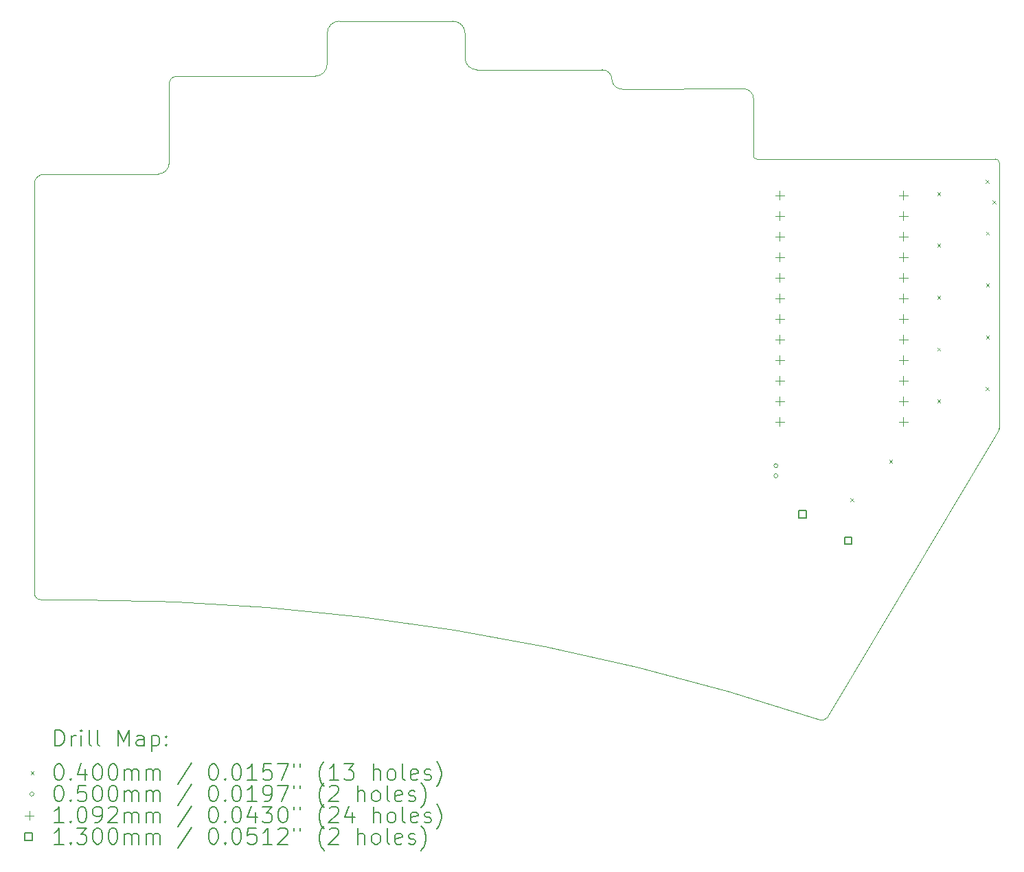
<source format=gbr>
%TF.GenerationSoftware,KiCad,Pcbnew,7.0.6*%
%TF.CreationDate,2024-09-20T23:29:49+02:00*%
%TF.ProjectId,KoalaKeeb_v0.2_left,4b6f616c-614b-4656-9562-5f76302e325f,rev?*%
%TF.SameCoordinates,Original*%
%TF.FileFunction,Drillmap*%
%TF.FilePolarity,Positive*%
%FSLAX45Y45*%
G04 Gerber Fmt 4.5, Leading zero omitted, Abs format (unit mm)*
G04 Created by KiCad (PCBNEW 7.0.6) date 2024-09-20 23:29:49*
%MOMM*%
%LPD*%
G01*
G04 APERTURE LIST*
%ADD10C,0.100000*%
%ADD11C,0.200000*%
%ADD12C,0.040000*%
%ADD13C,0.050000*%
%ADD14C,0.109220*%
%ADD15C,0.130000*%
G04 APERTURE END LIST*
D10*
X16149397Y-9204040D02*
G75*
G03*
X16229000Y-9292000I79603J-7960D01*
G01*
X28038471Y-7200235D02*
G75*
G03*
X28043000Y-7180000I-38471J19235D01*
G01*
X17901000Y-2833000D02*
G75*
G03*
X17811995Y-2923000I1000J-90000D01*
G01*
X19759000Y-2682000D02*
X19759000Y-2302000D01*
X16148585Y-4161999D02*
X16149000Y-5182000D01*
X25819307Y-10771079D02*
G75*
G03*
X16699000Y-9294640I-9120307J-27430922D01*
G01*
X23269416Y-2872000D02*
G75*
G03*
X23394147Y-2991690I124734J5150D01*
G01*
X16268999Y-4041585D02*
G75*
G03*
X16148585Y-4161999I1J-120415D01*
G01*
X16699000Y-9294640D02*
X16229000Y-9292000D01*
X28043000Y-3899000D02*
G75*
G03*
X27995000Y-3851000I-48000J0D01*
G01*
X16149000Y-5182000D02*
X16149000Y-5902000D01*
X16149397Y-9204040D02*
X16149000Y-5902000D01*
X21459000Y-2302000D02*
G75*
G03*
X21309000Y-2152000I-150000J0D01*
G01*
X28038471Y-7200235D02*
X28014000Y-7242000D01*
X25014269Y-3107147D02*
G75*
G03*
X24893853Y-2986731I-120419J-3D01*
G01*
X25923000Y-10748000D02*
X28014000Y-7242000D01*
X25013007Y-3812915D02*
G75*
G03*
X25052000Y-3852000I35993J-3085D01*
G01*
X17674000Y-4038004D02*
G75*
G03*
X17812000Y-3901000I0J138004D01*
G01*
X19909000Y-2152000D02*
G75*
G03*
X19759000Y-2302000I0J-150000D01*
G01*
X28043000Y-3899000D02*
X28043000Y-7180000D01*
X23394147Y-2991690D02*
X24893853Y-2986731D01*
X23269416Y-2872000D02*
G75*
G03*
X23149000Y-2751584I-120416J0D01*
G01*
X19609000Y-2832000D02*
G75*
G03*
X19759000Y-2682000I0J150000D01*
G01*
X25076000Y-3852000D02*
X25052000Y-3852000D01*
X19909000Y-2152000D02*
X21309000Y-2152000D01*
X17811995Y-2923000D02*
X17812000Y-3901000D01*
X17674000Y-4038004D02*
X17488000Y-4040000D01*
X16268999Y-4041584D02*
X17488000Y-4040000D01*
X17901000Y-2833000D02*
X19609000Y-2832000D01*
X21605066Y-2752126D02*
X23149000Y-2752000D01*
X21459000Y-2302000D02*
X21459000Y-2612000D01*
X25819307Y-10771078D02*
G75*
G03*
X25922869Y-10747905I38693J70078D01*
G01*
X27995000Y-3851000D02*
X25076000Y-3852000D01*
X25014269Y-3107147D02*
X25014000Y-3813000D01*
X21459000Y-2612000D02*
G75*
G03*
X21605066Y-2752126I146070J6070D01*
G01*
D11*
D12*
X26208000Y-8041000D02*
X26248000Y-8081000D01*
X26248000Y-8041000D02*
X26208000Y-8081000D01*
X26687000Y-7563000D02*
X26727000Y-7603000D01*
X26727000Y-7563000D02*
X26687000Y-7603000D01*
X27280000Y-4260000D02*
X27320000Y-4300000D01*
X27320000Y-4260000D02*
X27280000Y-4300000D01*
X27280000Y-4899000D02*
X27320000Y-4939000D01*
X27320000Y-4899000D02*
X27280000Y-4939000D01*
X27280000Y-5540000D02*
X27320000Y-5580000D01*
X27320000Y-5540000D02*
X27280000Y-5580000D01*
X27280000Y-6180000D02*
X27320000Y-6220000D01*
X27320000Y-6180000D02*
X27280000Y-6220000D01*
X27280000Y-6819000D02*
X27320000Y-6859000D01*
X27320000Y-6819000D02*
X27280000Y-6859000D01*
X27879000Y-4109000D02*
X27919000Y-4149000D01*
X27919000Y-4109000D02*
X27879000Y-4149000D01*
X27879000Y-6670000D02*
X27919000Y-6710000D01*
X27919000Y-6670000D02*
X27879000Y-6710000D01*
X27880000Y-4750000D02*
X27920000Y-4790000D01*
X27920000Y-4750000D02*
X27880000Y-4790000D01*
X27880000Y-5390000D02*
X27920000Y-5430000D01*
X27920000Y-5390000D02*
X27880000Y-5430000D01*
X27880000Y-6030000D02*
X27920000Y-6070000D01*
X27920000Y-6030000D02*
X27880000Y-6070000D01*
X27958000Y-4363000D02*
X27998000Y-4403000D01*
X27998000Y-4363000D02*
X27958000Y-4403000D01*
D13*
X25315400Y-7637500D02*
G75*
G03*
X25315400Y-7637500I-25000J0D01*
G01*
X25315400Y-7762500D02*
G75*
G03*
X25315400Y-7762500I-25000J0D01*
G01*
D14*
X25338000Y-4248390D02*
X25338000Y-4357610D01*
X25283390Y-4303000D02*
X25392610Y-4303000D01*
X25338000Y-4502390D02*
X25338000Y-4611610D01*
X25283390Y-4557000D02*
X25392610Y-4557000D01*
X25338000Y-4756390D02*
X25338000Y-4865610D01*
X25283390Y-4811000D02*
X25392610Y-4811000D01*
X25338000Y-5010390D02*
X25338000Y-5119610D01*
X25283390Y-5065000D02*
X25392610Y-5065000D01*
X25338000Y-5264390D02*
X25338000Y-5373610D01*
X25283390Y-5319000D02*
X25392610Y-5319000D01*
X25338000Y-5518390D02*
X25338000Y-5627610D01*
X25283390Y-5573000D02*
X25392610Y-5573000D01*
X25338000Y-5772390D02*
X25338000Y-5881610D01*
X25283390Y-5827000D02*
X25392610Y-5827000D01*
X25338000Y-6026390D02*
X25338000Y-6135610D01*
X25283390Y-6081000D02*
X25392610Y-6081000D01*
X25338000Y-6280390D02*
X25338000Y-6389610D01*
X25283390Y-6335000D02*
X25392610Y-6335000D01*
X25338000Y-6534390D02*
X25338000Y-6643610D01*
X25283390Y-6589000D02*
X25392610Y-6589000D01*
X25338000Y-6788390D02*
X25338000Y-6897610D01*
X25283390Y-6843000D02*
X25392610Y-6843000D01*
X25338000Y-7042390D02*
X25338000Y-7151610D01*
X25283390Y-7097000D02*
X25392610Y-7097000D01*
X26862000Y-4248390D02*
X26862000Y-4357610D01*
X26807390Y-4303000D02*
X26916610Y-4303000D01*
X26862000Y-4502390D02*
X26862000Y-4611610D01*
X26807390Y-4557000D02*
X26916610Y-4557000D01*
X26862000Y-4756390D02*
X26862000Y-4865610D01*
X26807390Y-4811000D02*
X26916610Y-4811000D01*
X26862000Y-5010390D02*
X26862000Y-5119610D01*
X26807390Y-5065000D02*
X26916610Y-5065000D01*
X26862000Y-5264390D02*
X26862000Y-5373610D01*
X26807390Y-5319000D02*
X26916610Y-5319000D01*
X26862000Y-5518390D02*
X26862000Y-5627610D01*
X26807390Y-5573000D02*
X26916610Y-5573000D01*
X26862000Y-5772390D02*
X26862000Y-5881610D01*
X26807390Y-5827000D02*
X26916610Y-5827000D01*
X26862000Y-6026390D02*
X26862000Y-6135610D01*
X26807390Y-6081000D02*
X26916610Y-6081000D01*
X26862000Y-6280390D02*
X26862000Y-6389610D01*
X26807390Y-6335000D02*
X26916610Y-6335000D01*
X26862000Y-6534390D02*
X26862000Y-6643610D01*
X26807390Y-6589000D02*
X26916610Y-6589000D01*
X26862000Y-6788390D02*
X26862000Y-6897610D01*
X26807390Y-6843000D02*
X26916610Y-6843000D01*
X26862000Y-7042390D02*
X26862000Y-7151610D01*
X26807390Y-7097000D02*
X26916610Y-7097000D01*
D15*
X25664504Y-8283462D02*
X25664504Y-8191538D01*
X25572579Y-8191538D01*
X25572579Y-8283462D01*
X25664504Y-8283462D01*
X26227421Y-8608462D02*
X26227421Y-8516538D01*
X26135496Y-8516538D01*
X26135496Y-8608462D01*
X26227421Y-8608462D01*
D11*
X16404362Y-11097535D02*
X16404362Y-10897535D01*
X16404362Y-10897535D02*
X16451981Y-10897535D01*
X16451981Y-10897535D02*
X16480552Y-10907058D01*
X16480552Y-10907058D02*
X16499600Y-10926106D01*
X16499600Y-10926106D02*
X16509124Y-10945154D01*
X16509124Y-10945154D02*
X16518647Y-10983249D01*
X16518647Y-10983249D02*
X16518647Y-11011820D01*
X16518647Y-11011820D02*
X16509124Y-11049915D01*
X16509124Y-11049915D02*
X16499600Y-11068963D01*
X16499600Y-11068963D02*
X16480552Y-11088011D01*
X16480552Y-11088011D02*
X16451981Y-11097535D01*
X16451981Y-11097535D02*
X16404362Y-11097535D01*
X16604362Y-11097535D02*
X16604362Y-10964201D01*
X16604362Y-11002296D02*
X16613885Y-10983249D01*
X16613885Y-10983249D02*
X16623409Y-10973725D01*
X16623409Y-10973725D02*
X16642457Y-10964201D01*
X16642457Y-10964201D02*
X16661505Y-10964201D01*
X16728171Y-11097535D02*
X16728171Y-10964201D01*
X16728171Y-10897535D02*
X16718647Y-10907058D01*
X16718647Y-10907058D02*
X16728171Y-10916582D01*
X16728171Y-10916582D02*
X16737695Y-10907058D01*
X16737695Y-10907058D02*
X16728171Y-10897535D01*
X16728171Y-10897535D02*
X16728171Y-10916582D01*
X16851981Y-11097535D02*
X16832933Y-11088011D01*
X16832933Y-11088011D02*
X16823409Y-11068963D01*
X16823409Y-11068963D02*
X16823409Y-10897535D01*
X16956743Y-11097535D02*
X16937695Y-11088011D01*
X16937695Y-11088011D02*
X16928171Y-11068963D01*
X16928171Y-11068963D02*
X16928171Y-10897535D01*
X17185314Y-11097535D02*
X17185314Y-10897535D01*
X17185314Y-10897535D02*
X17251981Y-11040392D01*
X17251981Y-11040392D02*
X17318647Y-10897535D01*
X17318647Y-10897535D02*
X17318647Y-11097535D01*
X17499600Y-11097535D02*
X17499600Y-10992773D01*
X17499600Y-10992773D02*
X17490076Y-10973725D01*
X17490076Y-10973725D02*
X17471028Y-10964201D01*
X17471028Y-10964201D02*
X17432933Y-10964201D01*
X17432933Y-10964201D02*
X17413886Y-10973725D01*
X17499600Y-11088011D02*
X17480552Y-11097535D01*
X17480552Y-11097535D02*
X17432933Y-11097535D01*
X17432933Y-11097535D02*
X17413886Y-11088011D01*
X17413886Y-11088011D02*
X17404362Y-11068963D01*
X17404362Y-11068963D02*
X17404362Y-11049915D01*
X17404362Y-11049915D02*
X17413886Y-11030868D01*
X17413886Y-11030868D02*
X17432933Y-11021344D01*
X17432933Y-11021344D02*
X17480552Y-11021344D01*
X17480552Y-11021344D02*
X17499600Y-11011820D01*
X17594838Y-10964201D02*
X17594838Y-11164201D01*
X17594838Y-10973725D02*
X17613886Y-10964201D01*
X17613886Y-10964201D02*
X17651981Y-10964201D01*
X17651981Y-10964201D02*
X17671028Y-10973725D01*
X17671028Y-10973725D02*
X17680552Y-10983249D01*
X17680552Y-10983249D02*
X17690076Y-11002296D01*
X17690076Y-11002296D02*
X17690076Y-11059439D01*
X17690076Y-11059439D02*
X17680552Y-11078487D01*
X17680552Y-11078487D02*
X17671028Y-11088011D01*
X17671028Y-11088011D02*
X17651981Y-11097535D01*
X17651981Y-11097535D02*
X17613886Y-11097535D01*
X17613886Y-11097535D02*
X17594838Y-11088011D01*
X17775790Y-11078487D02*
X17785314Y-11088011D01*
X17785314Y-11088011D02*
X17775790Y-11097535D01*
X17775790Y-11097535D02*
X17766267Y-11088011D01*
X17766267Y-11088011D02*
X17775790Y-11078487D01*
X17775790Y-11078487D02*
X17775790Y-11097535D01*
X17775790Y-10973725D02*
X17785314Y-10983249D01*
X17785314Y-10983249D02*
X17775790Y-10992773D01*
X17775790Y-10992773D02*
X17766267Y-10983249D01*
X17766267Y-10983249D02*
X17775790Y-10973725D01*
X17775790Y-10973725D02*
X17775790Y-10992773D01*
D12*
X16103585Y-11406051D02*
X16143585Y-11446051D01*
X16143585Y-11406051D02*
X16103585Y-11446051D01*
D11*
X16442457Y-11317534D02*
X16461505Y-11317534D01*
X16461505Y-11317534D02*
X16480552Y-11327058D01*
X16480552Y-11327058D02*
X16490076Y-11336582D01*
X16490076Y-11336582D02*
X16499600Y-11355630D01*
X16499600Y-11355630D02*
X16509124Y-11393725D01*
X16509124Y-11393725D02*
X16509124Y-11441344D01*
X16509124Y-11441344D02*
X16499600Y-11479439D01*
X16499600Y-11479439D02*
X16490076Y-11498487D01*
X16490076Y-11498487D02*
X16480552Y-11508011D01*
X16480552Y-11508011D02*
X16461505Y-11517534D01*
X16461505Y-11517534D02*
X16442457Y-11517534D01*
X16442457Y-11517534D02*
X16423409Y-11508011D01*
X16423409Y-11508011D02*
X16413885Y-11498487D01*
X16413885Y-11498487D02*
X16404362Y-11479439D01*
X16404362Y-11479439D02*
X16394838Y-11441344D01*
X16394838Y-11441344D02*
X16394838Y-11393725D01*
X16394838Y-11393725D02*
X16404362Y-11355630D01*
X16404362Y-11355630D02*
X16413885Y-11336582D01*
X16413885Y-11336582D02*
X16423409Y-11327058D01*
X16423409Y-11327058D02*
X16442457Y-11317534D01*
X16594838Y-11498487D02*
X16604362Y-11508011D01*
X16604362Y-11508011D02*
X16594838Y-11517534D01*
X16594838Y-11517534D02*
X16585314Y-11508011D01*
X16585314Y-11508011D02*
X16594838Y-11498487D01*
X16594838Y-11498487D02*
X16594838Y-11517534D01*
X16775790Y-11384201D02*
X16775790Y-11517534D01*
X16728171Y-11308011D02*
X16680552Y-11450868D01*
X16680552Y-11450868D02*
X16804362Y-11450868D01*
X16918647Y-11317534D02*
X16937695Y-11317534D01*
X16937695Y-11317534D02*
X16956743Y-11327058D01*
X16956743Y-11327058D02*
X16966267Y-11336582D01*
X16966267Y-11336582D02*
X16975790Y-11355630D01*
X16975790Y-11355630D02*
X16985314Y-11393725D01*
X16985314Y-11393725D02*
X16985314Y-11441344D01*
X16985314Y-11441344D02*
X16975790Y-11479439D01*
X16975790Y-11479439D02*
X16966267Y-11498487D01*
X16966267Y-11498487D02*
X16956743Y-11508011D01*
X16956743Y-11508011D02*
X16937695Y-11517534D01*
X16937695Y-11517534D02*
X16918647Y-11517534D01*
X16918647Y-11517534D02*
X16899600Y-11508011D01*
X16899600Y-11508011D02*
X16890076Y-11498487D01*
X16890076Y-11498487D02*
X16880552Y-11479439D01*
X16880552Y-11479439D02*
X16871028Y-11441344D01*
X16871028Y-11441344D02*
X16871028Y-11393725D01*
X16871028Y-11393725D02*
X16880552Y-11355630D01*
X16880552Y-11355630D02*
X16890076Y-11336582D01*
X16890076Y-11336582D02*
X16899600Y-11327058D01*
X16899600Y-11327058D02*
X16918647Y-11317534D01*
X17109124Y-11317534D02*
X17128171Y-11317534D01*
X17128171Y-11317534D02*
X17147219Y-11327058D01*
X17147219Y-11327058D02*
X17156743Y-11336582D01*
X17156743Y-11336582D02*
X17166267Y-11355630D01*
X17166267Y-11355630D02*
X17175790Y-11393725D01*
X17175790Y-11393725D02*
X17175790Y-11441344D01*
X17175790Y-11441344D02*
X17166267Y-11479439D01*
X17166267Y-11479439D02*
X17156743Y-11498487D01*
X17156743Y-11498487D02*
X17147219Y-11508011D01*
X17147219Y-11508011D02*
X17128171Y-11517534D01*
X17128171Y-11517534D02*
X17109124Y-11517534D01*
X17109124Y-11517534D02*
X17090076Y-11508011D01*
X17090076Y-11508011D02*
X17080552Y-11498487D01*
X17080552Y-11498487D02*
X17071028Y-11479439D01*
X17071028Y-11479439D02*
X17061505Y-11441344D01*
X17061505Y-11441344D02*
X17061505Y-11393725D01*
X17061505Y-11393725D02*
X17071028Y-11355630D01*
X17071028Y-11355630D02*
X17080552Y-11336582D01*
X17080552Y-11336582D02*
X17090076Y-11327058D01*
X17090076Y-11327058D02*
X17109124Y-11317534D01*
X17261505Y-11517534D02*
X17261505Y-11384201D01*
X17261505Y-11403249D02*
X17271028Y-11393725D01*
X17271028Y-11393725D02*
X17290076Y-11384201D01*
X17290076Y-11384201D02*
X17318648Y-11384201D01*
X17318648Y-11384201D02*
X17337695Y-11393725D01*
X17337695Y-11393725D02*
X17347219Y-11412773D01*
X17347219Y-11412773D02*
X17347219Y-11517534D01*
X17347219Y-11412773D02*
X17356743Y-11393725D01*
X17356743Y-11393725D02*
X17375790Y-11384201D01*
X17375790Y-11384201D02*
X17404362Y-11384201D01*
X17404362Y-11384201D02*
X17423409Y-11393725D01*
X17423409Y-11393725D02*
X17432933Y-11412773D01*
X17432933Y-11412773D02*
X17432933Y-11517534D01*
X17528171Y-11517534D02*
X17528171Y-11384201D01*
X17528171Y-11403249D02*
X17537695Y-11393725D01*
X17537695Y-11393725D02*
X17556743Y-11384201D01*
X17556743Y-11384201D02*
X17585314Y-11384201D01*
X17585314Y-11384201D02*
X17604362Y-11393725D01*
X17604362Y-11393725D02*
X17613886Y-11412773D01*
X17613886Y-11412773D02*
X17613886Y-11517534D01*
X17613886Y-11412773D02*
X17623409Y-11393725D01*
X17623409Y-11393725D02*
X17642457Y-11384201D01*
X17642457Y-11384201D02*
X17671028Y-11384201D01*
X17671028Y-11384201D02*
X17690076Y-11393725D01*
X17690076Y-11393725D02*
X17699600Y-11412773D01*
X17699600Y-11412773D02*
X17699600Y-11517534D01*
X18090076Y-11308011D02*
X17918648Y-11565153D01*
X18347219Y-11317534D02*
X18366267Y-11317534D01*
X18366267Y-11317534D02*
X18385314Y-11327058D01*
X18385314Y-11327058D02*
X18394838Y-11336582D01*
X18394838Y-11336582D02*
X18404362Y-11355630D01*
X18404362Y-11355630D02*
X18413886Y-11393725D01*
X18413886Y-11393725D02*
X18413886Y-11441344D01*
X18413886Y-11441344D02*
X18404362Y-11479439D01*
X18404362Y-11479439D02*
X18394838Y-11498487D01*
X18394838Y-11498487D02*
X18385314Y-11508011D01*
X18385314Y-11508011D02*
X18366267Y-11517534D01*
X18366267Y-11517534D02*
X18347219Y-11517534D01*
X18347219Y-11517534D02*
X18328171Y-11508011D01*
X18328171Y-11508011D02*
X18318648Y-11498487D01*
X18318648Y-11498487D02*
X18309124Y-11479439D01*
X18309124Y-11479439D02*
X18299600Y-11441344D01*
X18299600Y-11441344D02*
X18299600Y-11393725D01*
X18299600Y-11393725D02*
X18309124Y-11355630D01*
X18309124Y-11355630D02*
X18318648Y-11336582D01*
X18318648Y-11336582D02*
X18328171Y-11327058D01*
X18328171Y-11327058D02*
X18347219Y-11317534D01*
X18499600Y-11498487D02*
X18509124Y-11508011D01*
X18509124Y-11508011D02*
X18499600Y-11517534D01*
X18499600Y-11517534D02*
X18490076Y-11508011D01*
X18490076Y-11508011D02*
X18499600Y-11498487D01*
X18499600Y-11498487D02*
X18499600Y-11517534D01*
X18632933Y-11317534D02*
X18651981Y-11317534D01*
X18651981Y-11317534D02*
X18671029Y-11327058D01*
X18671029Y-11327058D02*
X18680552Y-11336582D01*
X18680552Y-11336582D02*
X18690076Y-11355630D01*
X18690076Y-11355630D02*
X18699600Y-11393725D01*
X18699600Y-11393725D02*
X18699600Y-11441344D01*
X18699600Y-11441344D02*
X18690076Y-11479439D01*
X18690076Y-11479439D02*
X18680552Y-11498487D01*
X18680552Y-11498487D02*
X18671029Y-11508011D01*
X18671029Y-11508011D02*
X18651981Y-11517534D01*
X18651981Y-11517534D02*
X18632933Y-11517534D01*
X18632933Y-11517534D02*
X18613886Y-11508011D01*
X18613886Y-11508011D02*
X18604362Y-11498487D01*
X18604362Y-11498487D02*
X18594838Y-11479439D01*
X18594838Y-11479439D02*
X18585314Y-11441344D01*
X18585314Y-11441344D02*
X18585314Y-11393725D01*
X18585314Y-11393725D02*
X18594838Y-11355630D01*
X18594838Y-11355630D02*
X18604362Y-11336582D01*
X18604362Y-11336582D02*
X18613886Y-11327058D01*
X18613886Y-11327058D02*
X18632933Y-11317534D01*
X18890076Y-11517534D02*
X18775791Y-11517534D01*
X18832933Y-11517534D02*
X18832933Y-11317534D01*
X18832933Y-11317534D02*
X18813886Y-11346106D01*
X18813886Y-11346106D02*
X18794838Y-11365153D01*
X18794838Y-11365153D02*
X18775791Y-11374677D01*
X19071029Y-11317534D02*
X18975791Y-11317534D01*
X18975791Y-11317534D02*
X18966267Y-11412773D01*
X18966267Y-11412773D02*
X18975791Y-11403249D01*
X18975791Y-11403249D02*
X18994838Y-11393725D01*
X18994838Y-11393725D02*
X19042457Y-11393725D01*
X19042457Y-11393725D02*
X19061505Y-11403249D01*
X19061505Y-11403249D02*
X19071029Y-11412773D01*
X19071029Y-11412773D02*
X19080552Y-11431820D01*
X19080552Y-11431820D02*
X19080552Y-11479439D01*
X19080552Y-11479439D02*
X19071029Y-11498487D01*
X19071029Y-11498487D02*
X19061505Y-11508011D01*
X19061505Y-11508011D02*
X19042457Y-11517534D01*
X19042457Y-11517534D02*
X18994838Y-11517534D01*
X18994838Y-11517534D02*
X18975791Y-11508011D01*
X18975791Y-11508011D02*
X18966267Y-11498487D01*
X19147219Y-11317534D02*
X19280552Y-11317534D01*
X19280552Y-11317534D02*
X19194838Y-11517534D01*
X19347219Y-11317534D02*
X19347219Y-11355630D01*
X19423410Y-11317534D02*
X19423410Y-11355630D01*
X19718648Y-11593725D02*
X19709124Y-11584201D01*
X19709124Y-11584201D02*
X19690076Y-11555630D01*
X19690076Y-11555630D02*
X19680553Y-11536582D01*
X19680553Y-11536582D02*
X19671029Y-11508011D01*
X19671029Y-11508011D02*
X19661505Y-11460392D01*
X19661505Y-11460392D02*
X19661505Y-11422296D01*
X19661505Y-11422296D02*
X19671029Y-11374677D01*
X19671029Y-11374677D02*
X19680553Y-11346106D01*
X19680553Y-11346106D02*
X19690076Y-11327058D01*
X19690076Y-11327058D02*
X19709124Y-11298487D01*
X19709124Y-11298487D02*
X19718648Y-11288963D01*
X19899600Y-11517534D02*
X19785314Y-11517534D01*
X19842457Y-11517534D02*
X19842457Y-11317534D01*
X19842457Y-11317534D02*
X19823410Y-11346106D01*
X19823410Y-11346106D02*
X19804362Y-11365153D01*
X19804362Y-11365153D02*
X19785314Y-11374677D01*
X19966267Y-11317534D02*
X20090076Y-11317534D01*
X20090076Y-11317534D02*
X20023410Y-11393725D01*
X20023410Y-11393725D02*
X20051981Y-11393725D01*
X20051981Y-11393725D02*
X20071029Y-11403249D01*
X20071029Y-11403249D02*
X20080553Y-11412773D01*
X20080553Y-11412773D02*
X20090076Y-11431820D01*
X20090076Y-11431820D02*
X20090076Y-11479439D01*
X20090076Y-11479439D02*
X20080553Y-11498487D01*
X20080553Y-11498487D02*
X20071029Y-11508011D01*
X20071029Y-11508011D02*
X20051981Y-11517534D01*
X20051981Y-11517534D02*
X19994838Y-11517534D01*
X19994838Y-11517534D02*
X19975791Y-11508011D01*
X19975791Y-11508011D02*
X19966267Y-11498487D01*
X20328172Y-11517534D02*
X20328172Y-11317534D01*
X20413886Y-11517534D02*
X20413886Y-11412773D01*
X20413886Y-11412773D02*
X20404362Y-11393725D01*
X20404362Y-11393725D02*
X20385315Y-11384201D01*
X20385315Y-11384201D02*
X20356743Y-11384201D01*
X20356743Y-11384201D02*
X20337695Y-11393725D01*
X20337695Y-11393725D02*
X20328172Y-11403249D01*
X20537695Y-11517534D02*
X20518648Y-11508011D01*
X20518648Y-11508011D02*
X20509124Y-11498487D01*
X20509124Y-11498487D02*
X20499600Y-11479439D01*
X20499600Y-11479439D02*
X20499600Y-11422296D01*
X20499600Y-11422296D02*
X20509124Y-11403249D01*
X20509124Y-11403249D02*
X20518648Y-11393725D01*
X20518648Y-11393725D02*
X20537695Y-11384201D01*
X20537695Y-11384201D02*
X20566267Y-11384201D01*
X20566267Y-11384201D02*
X20585315Y-11393725D01*
X20585315Y-11393725D02*
X20594838Y-11403249D01*
X20594838Y-11403249D02*
X20604362Y-11422296D01*
X20604362Y-11422296D02*
X20604362Y-11479439D01*
X20604362Y-11479439D02*
X20594838Y-11498487D01*
X20594838Y-11498487D02*
X20585315Y-11508011D01*
X20585315Y-11508011D02*
X20566267Y-11517534D01*
X20566267Y-11517534D02*
X20537695Y-11517534D01*
X20718648Y-11517534D02*
X20699600Y-11508011D01*
X20699600Y-11508011D02*
X20690076Y-11488963D01*
X20690076Y-11488963D02*
X20690076Y-11317534D01*
X20871029Y-11508011D02*
X20851981Y-11517534D01*
X20851981Y-11517534D02*
X20813886Y-11517534D01*
X20813886Y-11517534D02*
X20794838Y-11508011D01*
X20794838Y-11508011D02*
X20785315Y-11488963D01*
X20785315Y-11488963D02*
X20785315Y-11412773D01*
X20785315Y-11412773D02*
X20794838Y-11393725D01*
X20794838Y-11393725D02*
X20813886Y-11384201D01*
X20813886Y-11384201D02*
X20851981Y-11384201D01*
X20851981Y-11384201D02*
X20871029Y-11393725D01*
X20871029Y-11393725D02*
X20880553Y-11412773D01*
X20880553Y-11412773D02*
X20880553Y-11431820D01*
X20880553Y-11431820D02*
X20785315Y-11450868D01*
X20956743Y-11508011D02*
X20975791Y-11517534D01*
X20975791Y-11517534D02*
X21013886Y-11517534D01*
X21013886Y-11517534D02*
X21032934Y-11508011D01*
X21032934Y-11508011D02*
X21042457Y-11488963D01*
X21042457Y-11488963D02*
X21042457Y-11479439D01*
X21042457Y-11479439D02*
X21032934Y-11460392D01*
X21032934Y-11460392D02*
X21013886Y-11450868D01*
X21013886Y-11450868D02*
X20985315Y-11450868D01*
X20985315Y-11450868D02*
X20966267Y-11441344D01*
X20966267Y-11441344D02*
X20956743Y-11422296D01*
X20956743Y-11422296D02*
X20956743Y-11412773D01*
X20956743Y-11412773D02*
X20966267Y-11393725D01*
X20966267Y-11393725D02*
X20985315Y-11384201D01*
X20985315Y-11384201D02*
X21013886Y-11384201D01*
X21013886Y-11384201D02*
X21032934Y-11393725D01*
X21109124Y-11593725D02*
X21118648Y-11584201D01*
X21118648Y-11584201D02*
X21137696Y-11555630D01*
X21137696Y-11555630D02*
X21147219Y-11536582D01*
X21147219Y-11536582D02*
X21156743Y-11508011D01*
X21156743Y-11508011D02*
X21166267Y-11460392D01*
X21166267Y-11460392D02*
X21166267Y-11422296D01*
X21166267Y-11422296D02*
X21156743Y-11374677D01*
X21156743Y-11374677D02*
X21147219Y-11346106D01*
X21147219Y-11346106D02*
X21137696Y-11327058D01*
X21137696Y-11327058D02*
X21118648Y-11298487D01*
X21118648Y-11298487D02*
X21109124Y-11288963D01*
D13*
X16143585Y-11690051D02*
G75*
G03*
X16143585Y-11690051I-25000J0D01*
G01*
D11*
X16442457Y-11581534D02*
X16461505Y-11581534D01*
X16461505Y-11581534D02*
X16480552Y-11591058D01*
X16480552Y-11591058D02*
X16490076Y-11600582D01*
X16490076Y-11600582D02*
X16499600Y-11619630D01*
X16499600Y-11619630D02*
X16509124Y-11657725D01*
X16509124Y-11657725D02*
X16509124Y-11705344D01*
X16509124Y-11705344D02*
X16499600Y-11743439D01*
X16499600Y-11743439D02*
X16490076Y-11762487D01*
X16490076Y-11762487D02*
X16480552Y-11772011D01*
X16480552Y-11772011D02*
X16461505Y-11781534D01*
X16461505Y-11781534D02*
X16442457Y-11781534D01*
X16442457Y-11781534D02*
X16423409Y-11772011D01*
X16423409Y-11772011D02*
X16413885Y-11762487D01*
X16413885Y-11762487D02*
X16404362Y-11743439D01*
X16404362Y-11743439D02*
X16394838Y-11705344D01*
X16394838Y-11705344D02*
X16394838Y-11657725D01*
X16394838Y-11657725D02*
X16404362Y-11619630D01*
X16404362Y-11619630D02*
X16413885Y-11600582D01*
X16413885Y-11600582D02*
X16423409Y-11591058D01*
X16423409Y-11591058D02*
X16442457Y-11581534D01*
X16594838Y-11762487D02*
X16604362Y-11772011D01*
X16604362Y-11772011D02*
X16594838Y-11781534D01*
X16594838Y-11781534D02*
X16585314Y-11772011D01*
X16585314Y-11772011D02*
X16594838Y-11762487D01*
X16594838Y-11762487D02*
X16594838Y-11781534D01*
X16785314Y-11581534D02*
X16690076Y-11581534D01*
X16690076Y-11581534D02*
X16680552Y-11676773D01*
X16680552Y-11676773D02*
X16690076Y-11667249D01*
X16690076Y-11667249D02*
X16709124Y-11657725D01*
X16709124Y-11657725D02*
X16756743Y-11657725D01*
X16756743Y-11657725D02*
X16775790Y-11667249D01*
X16775790Y-11667249D02*
X16785314Y-11676773D01*
X16785314Y-11676773D02*
X16794838Y-11695820D01*
X16794838Y-11695820D02*
X16794838Y-11743439D01*
X16794838Y-11743439D02*
X16785314Y-11762487D01*
X16785314Y-11762487D02*
X16775790Y-11772011D01*
X16775790Y-11772011D02*
X16756743Y-11781534D01*
X16756743Y-11781534D02*
X16709124Y-11781534D01*
X16709124Y-11781534D02*
X16690076Y-11772011D01*
X16690076Y-11772011D02*
X16680552Y-11762487D01*
X16918647Y-11581534D02*
X16937695Y-11581534D01*
X16937695Y-11581534D02*
X16956743Y-11591058D01*
X16956743Y-11591058D02*
X16966267Y-11600582D01*
X16966267Y-11600582D02*
X16975790Y-11619630D01*
X16975790Y-11619630D02*
X16985314Y-11657725D01*
X16985314Y-11657725D02*
X16985314Y-11705344D01*
X16985314Y-11705344D02*
X16975790Y-11743439D01*
X16975790Y-11743439D02*
X16966267Y-11762487D01*
X16966267Y-11762487D02*
X16956743Y-11772011D01*
X16956743Y-11772011D02*
X16937695Y-11781534D01*
X16937695Y-11781534D02*
X16918647Y-11781534D01*
X16918647Y-11781534D02*
X16899600Y-11772011D01*
X16899600Y-11772011D02*
X16890076Y-11762487D01*
X16890076Y-11762487D02*
X16880552Y-11743439D01*
X16880552Y-11743439D02*
X16871028Y-11705344D01*
X16871028Y-11705344D02*
X16871028Y-11657725D01*
X16871028Y-11657725D02*
X16880552Y-11619630D01*
X16880552Y-11619630D02*
X16890076Y-11600582D01*
X16890076Y-11600582D02*
X16899600Y-11591058D01*
X16899600Y-11591058D02*
X16918647Y-11581534D01*
X17109124Y-11581534D02*
X17128171Y-11581534D01*
X17128171Y-11581534D02*
X17147219Y-11591058D01*
X17147219Y-11591058D02*
X17156743Y-11600582D01*
X17156743Y-11600582D02*
X17166267Y-11619630D01*
X17166267Y-11619630D02*
X17175790Y-11657725D01*
X17175790Y-11657725D02*
X17175790Y-11705344D01*
X17175790Y-11705344D02*
X17166267Y-11743439D01*
X17166267Y-11743439D02*
X17156743Y-11762487D01*
X17156743Y-11762487D02*
X17147219Y-11772011D01*
X17147219Y-11772011D02*
X17128171Y-11781534D01*
X17128171Y-11781534D02*
X17109124Y-11781534D01*
X17109124Y-11781534D02*
X17090076Y-11772011D01*
X17090076Y-11772011D02*
X17080552Y-11762487D01*
X17080552Y-11762487D02*
X17071028Y-11743439D01*
X17071028Y-11743439D02*
X17061505Y-11705344D01*
X17061505Y-11705344D02*
X17061505Y-11657725D01*
X17061505Y-11657725D02*
X17071028Y-11619630D01*
X17071028Y-11619630D02*
X17080552Y-11600582D01*
X17080552Y-11600582D02*
X17090076Y-11591058D01*
X17090076Y-11591058D02*
X17109124Y-11581534D01*
X17261505Y-11781534D02*
X17261505Y-11648201D01*
X17261505Y-11667249D02*
X17271028Y-11657725D01*
X17271028Y-11657725D02*
X17290076Y-11648201D01*
X17290076Y-11648201D02*
X17318648Y-11648201D01*
X17318648Y-11648201D02*
X17337695Y-11657725D01*
X17337695Y-11657725D02*
X17347219Y-11676773D01*
X17347219Y-11676773D02*
X17347219Y-11781534D01*
X17347219Y-11676773D02*
X17356743Y-11657725D01*
X17356743Y-11657725D02*
X17375790Y-11648201D01*
X17375790Y-11648201D02*
X17404362Y-11648201D01*
X17404362Y-11648201D02*
X17423409Y-11657725D01*
X17423409Y-11657725D02*
X17432933Y-11676773D01*
X17432933Y-11676773D02*
X17432933Y-11781534D01*
X17528171Y-11781534D02*
X17528171Y-11648201D01*
X17528171Y-11667249D02*
X17537695Y-11657725D01*
X17537695Y-11657725D02*
X17556743Y-11648201D01*
X17556743Y-11648201D02*
X17585314Y-11648201D01*
X17585314Y-11648201D02*
X17604362Y-11657725D01*
X17604362Y-11657725D02*
X17613886Y-11676773D01*
X17613886Y-11676773D02*
X17613886Y-11781534D01*
X17613886Y-11676773D02*
X17623409Y-11657725D01*
X17623409Y-11657725D02*
X17642457Y-11648201D01*
X17642457Y-11648201D02*
X17671028Y-11648201D01*
X17671028Y-11648201D02*
X17690076Y-11657725D01*
X17690076Y-11657725D02*
X17699600Y-11676773D01*
X17699600Y-11676773D02*
X17699600Y-11781534D01*
X18090076Y-11572011D02*
X17918648Y-11829153D01*
X18347219Y-11581534D02*
X18366267Y-11581534D01*
X18366267Y-11581534D02*
X18385314Y-11591058D01*
X18385314Y-11591058D02*
X18394838Y-11600582D01*
X18394838Y-11600582D02*
X18404362Y-11619630D01*
X18404362Y-11619630D02*
X18413886Y-11657725D01*
X18413886Y-11657725D02*
X18413886Y-11705344D01*
X18413886Y-11705344D02*
X18404362Y-11743439D01*
X18404362Y-11743439D02*
X18394838Y-11762487D01*
X18394838Y-11762487D02*
X18385314Y-11772011D01*
X18385314Y-11772011D02*
X18366267Y-11781534D01*
X18366267Y-11781534D02*
X18347219Y-11781534D01*
X18347219Y-11781534D02*
X18328171Y-11772011D01*
X18328171Y-11772011D02*
X18318648Y-11762487D01*
X18318648Y-11762487D02*
X18309124Y-11743439D01*
X18309124Y-11743439D02*
X18299600Y-11705344D01*
X18299600Y-11705344D02*
X18299600Y-11657725D01*
X18299600Y-11657725D02*
X18309124Y-11619630D01*
X18309124Y-11619630D02*
X18318648Y-11600582D01*
X18318648Y-11600582D02*
X18328171Y-11591058D01*
X18328171Y-11591058D02*
X18347219Y-11581534D01*
X18499600Y-11762487D02*
X18509124Y-11772011D01*
X18509124Y-11772011D02*
X18499600Y-11781534D01*
X18499600Y-11781534D02*
X18490076Y-11772011D01*
X18490076Y-11772011D02*
X18499600Y-11762487D01*
X18499600Y-11762487D02*
X18499600Y-11781534D01*
X18632933Y-11581534D02*
X18651981Y-11581534D01*
X18651981Y-11581534D02*
X18671029Y-11591058D01*
X18671029Y-11591058D02*
X18680552Y-11600582D01*
X18680552Y-11600582D02*
X18690076Y-11619630D01*
X18690076Y-11619630D02*
X18699600Y-11657725D01*
X18699600Y-11657725D02*
X18699600Y-11705344D01*
X18699600Y-11705344D02*
X18690076Y-11743439D01*
X18690076Y-11743439D02*
X18680552Y-11762487D01*
X18680552Y-11762487D02*
X18671029Y-11772011D01*
X18671029Y-11772011D02*
X18651981Y-11781534D01*
X18651981Y-11781534D02*
X18632933Y-11781534D01*
X18632933Y-11781534D02*
X18613886Y-11772011D01*
X18613886Y-11772011D02*
X18604362Y-11762487D01*
X18604362Y-11762487D02*
X18594838Y-11743439D01*
X18594838Y-11743439D02*
X18585314Y-11705344D01*
X18585314Y-11705344D02*
X18585314Y-11657725D01*
X18585314Y-11657725D02*
X18594838Y-11619630D01*
X18594838Y-11619630D02*
X18604362Y-11600582D01*
X18604362Y-11600582D02*
X18613886Y-11591058D01*
X18613886Y-11591058D02*
X18632933Y-11581534D01*
X18890076Y-11781534D02*
X18775791Y-11781534D01*
X18832933Y-11781534D02*
X18832933Y-11581534D01*
X18832933Y-11581534D02*
X18813886Y-11610106D01*
X18813886Y-11610106D02*
X18794838Y-11629153D01*
X18794838Y-11629153D02*
X18775791Y-11638677D01*
X18985314Y-11781534D02*
X19023410Y-11781534D01*
X19023410Y-11781534D02*
X19042457Y-11772011D01*
X19042457Y-11772011D02*
X19051981Y-11762487D01*
X19051981Y-11762487D02*
X19071029Y-11733915D01*
X19071029Y-11733915D02*
X19080552Y-11695820D01*
X19080552Y-11695820D02*
X19080552Y-11619630D01*
X19080552Y-11619630D02*
X19071029Y-11600582D01*
X19071029Y-11600582D02*
X19061505Y-11591058D01*
X19061505Y-11591058D02*
X19042457Y-11581534D01*
X19042457Y-11581534D02*
X19004362Y-11581534D01*
X19004362Y-11581534D02*
X18985314Y-11591058D01*
X18985314Y-11591058D02*
X18975791Y-11600582D01*
X18975791Y-11600582D02*
X18966267Y-11619630D01*
X18966267Y-11619630D02*
X18966267Y-11667249D01*
X18966267Y-11667249D02*
X18975791Y-11686296D01*
X18975791Y-11686296D02*
X18985314Y-11695820D01*
X18985314Y-11695820D02*
X19004362Y-11705344D01*
X19004362Y-11705344D02*
X19042457Y-11705344D01*
X19042457Y-11705344D02*
X19061505Y-11695820D01*
X19061505Y-11695820D02*
X19071029Y-11686296D01*
X19071029Y-11686296D02*
X19080552Y-11667249D01*
X19147219Y-11581534D02*
X19280552Y-11581534D01*
X19280552Y-11581534D02*
X19194838Y-11781534D01*
X19347219Y-11581534D02*
X19347219Y-11619630D01*
X19423410Y-11581534D02*
X19423410Y-11619630D01*
X19718648Y-11857725D02*
X19709124Y-11848201D01*
X19709124Y-11848201D02*
X19690076Y-11819630D01*
X19690076Y-11819630D02*
X19680553Y-11800582D01*
X19680553Y-11800582D02*
X19671029Y-11772011D01*
X19671029Y-11772011D02*
X19661505Y-11724392D01*
X19661505Y-11724392D02*
X19661505Y-11686296D01*
X19661505Y-11686296D02*
X19671029Y-11638677D01*
X19671029Y-11638677D02*
X19680553Y-11610106D01*
X19680553Y-11610106D02*
X19690076Y-11591058D01*
X19690076Y-11591058D02*
X19709124Y-11562487D01*
X19709124Y-11562487D02*
X19718648Y-11552963D01*
X19785314Y-11600582D02*
X19794838Y-11591058D01*
X19794838Y-11591058D02*
X19813886Y-11581534D01*
X19813886Y-11581534D02*
X19861505Y-11581534D01*
X19861505Y-11581534D02*
X19880553Y-11591058D01*
X19880553Y-11591058D02*
X19890076Y-11600582D01*
X19890076Y-11600582D02*
X19899600Y-11619630D01*
X19899600Y-11619630D02*
X19899600Y-11638677D01*
X19899600Y-11638677D02*
X19890076Y-11667249D01*
X19890076Y-11667249D02*
X19775791Y-11781534D01*
X19775791Y-11781534D02*
X19899600Y-11781534D01*
X20137695Y-11781534D02*
X20137695Y-11581534D01*
X20223410Y-11781534D02*
X20223410Y-11676773D01*
X20223410Y-11676773D02*
X20213886Y-11657725D01*
X20213886Y-11657725D02*
X20194838Y-11648201D01*
X20194838Y-11648201D02*
X20166267Y-11648201D01*
X20166267Y-11648201D02*
X20147219Y-11657725D01*
X20147219Y-11657725D02*
X20137695Y-11667249D01*
X20347219Y-11781534D02*
X20328172Y-11772011D01*
X20328172Y-11772011D02*
X20318648Y-11762487D01*
X20318648Y-11762487D02*
X20309124Y-11743439D01*
X20309124Y-11743439D02*
X20309124Y-11686296D01*
X20309124Y-11686296D02*
X20318648Y-11667249D01*
X20318648Y-11667249D02*
X20328172Y-11657725D01*
X20328172Y-11657725D02*
X20347219Y-11648201D01*
X20347219Y-11648201D02*
X20375791Y-11648201D01*
X20375791Y-11648201D02*
X20394838Y-11657725D01*
X20394838Y-11657725D02*
X20404362Y-11667249D01*
X20404362Y-11667249D02*
X20413886Y-11686296D01*
X20413886Y-11686296D02*
X20413886Y-11743439D01*
X20413886Y-11743439D02*
X20404362Y-11762487D01*
X20404362Y-11762487D02*
X20394838Y-11772011D01*
X20394838Y-11772011D02*
X20375791Y-11781534D01*
X20375791Y-11781534D02*
X20347219Y-11781534D01*
X20528172Y-11781534D02*
X20509124Y-11772011D01*
X20509124Y-11772011D02*
X20499600Y-11752963D01*
X20499600Y-11752963D02*
X20499600Y-11581534D01*
X20680553Y-11772011D02*
X20661505Y-11781534D01*
X20661505Y-11781534D02*
X20623410Y-11781534D01*
X20623410Y-11781534D02*
X20604362Y-11772011D01*
X20604362Y-11772011D02*
X20594838Y-11752963D01*
X20594838Y-11752963D02*
X20594838Y-11676773D01*
X20594838Y-11676773D02*
X20604362Y-11657725D01*
X20604362Y-11657725D02*
X20623410Y-11648201D01*
X20623410Y-11648201D02*
X20661505Y-11648201D01*
X20661505Y-11648201D02*
X20680553Y-11657725D01*
X20680553Y-11657725D02*
X20690076Y-11676773D01*
X20690076Y-11676773D02*
X20690076Y-11695820D01*
X20690076Y-11695820D02*
X20594838Y-11714868D01*
X20766267Y-11772011D02*
X20785315Y-11781534D01*
X20785315Y-11781534D02*
X20823410Y-11781534D01*
X20823410Y-11781534D02*
X20842457Y-11772011D01*
X20842457Y-11772011D02*
X20851981Y-11752963D01*
X20851981Y-11752963D02*
X20851981Y-11743439D01*
X20851981Y-11743439D02*
X20842457Y-11724392D01*
X20842457Y-11724392D02*
X20823410Y-11714868D01*
X20823410Y-11714868D02*
X20794838Y-11714868D01*
X20794838Y-11714868D02*
X20775791Y-11705344D01*
X20775791Y-11705344D02*
X20766267Y-11686296D01*
X20766267Y-11686296D02*
X20766267Y-11676773D01*
X20766267Y-11676773D02*
X20775791Y-11657725D01*
X20775791Y-11657725D02*
X20794838Y-11648201D01*
X20794838Y-11648201D02*
X20823410Y-11648201D01*
X20823410Y-11648201D02*
X20842457Y-11657725D01*
X20918648Y-11857725D02*
X20928172Y-11848201D01*
X20928172Y-11848201D02*
X20947219Y-11819630D01*
X20947219Y-11819630D02*
X20956743Y-11800582D01*
X20956743Y-11800582D02*
X20966267Y-11772011D01*
X20966267Y-11772011D02*
X20975791Y-11724392D01*
X20975791Y-11724392D02*
X20975791Y-11686296D01*
X20975791Y-11686296D02*
X20966267Y-11638677D01*
X20966267Y-11638677D02*
X20956743Y-11610106D01*
X20956743Y-11610106D02*
X20947219Y-11591058D01*
X20947219Y-11591058D02*
X20928172Y-11562487D01*
X20928172Y-11562487D02*
X20918648Y-11552963D01*
D14*
X16088975Y-11899441D02*
X16088975Y-12008661D01*
X16034365Y-11954051D02*
X16143585Y-11954051D01*
D11*
X16509124Y-12045534D02*
X16394838Y-12045534D01*
X16451981Y-12045534D02*
X16451981Y-11845534D01*
X16451981Y-11845534D02*
X16432933Y-11874106D01*
X16432933Y-11874106D02*
X16413885Y-11893153D01*
X16413885Y-11893153D02*
X16394838Y-11902677D01*
X16594838Y-12026487D02*
X16604362Y-12036011D01*
X16604362Y-12036011D02*
X16594838Y-12045534D01*
X16594838Y-12045534D02*
X16585314Y-12036011D01*
X16585314Y-12036011D02*
X16594838Y-12026487D01*
X16594838Y-12026487D02*
X16594838Y-12045534D01*
X16728171Y-11845534D02*
X16747219Y-11845534D01*
X16747219Y-11845534D02*
X16766266Y-11855058D01*
X16766266Y-11855058D02*
X16775790Y-11864582D01*
X16775790Y-11864582D02*
X16785314Y-11883630D01*
X16785314Y-11883630D02*
X16794838Y-11921725D01*
X16794838Y-11921725D02*
X16794838Y-11969344D01*
X16794838Y-11969344D02*
X16785314Y-12007439D01*
X16785314Y-12007439D02*
X16775790Y-12026487D01*
X16775790Y-12026487D02*
X16766266Y-12036011D01*
X16766266Y-12036011D02*
X16747219Y-12045534D01*
X16747219Y-12045534D02*
X16728171Y-12045534D01*
X16728171Y-12045534D02*
X16709124Y-12036011D01*
X16709124Y-12036011D02*
X16699600Y-12026487D01*
X16699600Y-12026487D02*
X16690076Y-12007439D01*
X16690076Y-12007439D02*
X16680552Y-11969344D01*
X16680552Y-11969344D02*
X16680552Y-11921725D01*
X16680552Y-11921725D02*
X16690076Y-11883630D01*
X16690076Y-11883630D02*
X16699600Y-11864582D01*
X16699600Y-11864582D02*
X16709124Y-11855058D01*
X16709124Y-11855058D02*
X16728171Y-11845534D01*
X16890076Y-12045534D02*
X16928171Y-12045534D01*
X16928171Y-12045534D02*
X16947219Y-12036011D01*
X16947219Y-12036011D02*
X16956743Y-12026487D01*
X16956743Y-12026487D02*
X16975790Y-11997915D01*
X16975790Y-11997915D02*
X16985314Y-11959820D01*
X16985314Y-11959820D02*
X16985314Y-11883630D01*
X16985314Y-11883630D02*
X16975790Y-11864582D01*
X16975790Y-11864582D02*
X16966267Y-11855058D01*
X16966267Y-11855058D02*
X16947219Y-11845534D01*
X16947219Y-11845534D02*
X16909124Y-11845534D01*
X16909124Y-11845534D02*
X16890076Y-11855058D01*
X16890076Y-11855058D02*
X16880552Y-11864582D01*
X16880552Y-11864582D02*
X16871028Y-11883630D01*
X16871028Y-11883630D02*
X16871028Y-11931249D01*
X16871028Y-11931249D02*
X16880552Y-11950296D01*
X16880552Y-11950296D02*
X16890076Y-11959820D01*
X16890076Y-11959820D02*
X16909124Y-11969344D01*
X16909124Y-11969344D02*
X16947219Y-11969344D01*
X16947219Y-11969344D02*
X16966267Y-11959820D01*
X16966267Y-11959820D02*
X16975790Y-11950296D01*
X16975790Y-11950296D02*
X16985314Y-11931249D01*
X17061505Y-11864582D02*
X17071028Y-11855058D01*
X17071028Y-11855058D02*
X17090076Y-11845534D01*
X17090076Y-11845534D02*
X17137695Y-11845534D01*
X17137695Y-11845534D02*
X17156743Y-11855058D01*
X17156743Y-11855058D02*
X17166267Y-11864582D01*
X17166267Y-11864582D02*
X17175790Y-11883630D01*
X17175790Y-11883630D02*
X17175790Y-11902677D01*
X17175790Y-11902677D02*
X17166267Y-11931249D01*
X17166267Y-11931249D02*
X17051981Y-12045534D01*
X17051981Y-12045534D02*
X17175790Y-12045534D01*
X17261505Y-12045534D02*
X17261505Y-11912201D01*
X17261505Y-11931249D02*
X17271028Y-11921725D01*
X17271028Y-11921725D02*
X17290076Y-11912201D01*
X17290076Y-11912201D02*
X17318648Y-11912201D01*
X17318648Y-11912201D02*
X17337695Y-11921725D01*
X17337695Y-11921725D02*
X17347219Y-11940773D01*
X17347219Y-11940773D02*
X17347219Y-12045534D01*
X17347219Y-11940773D02*
X17356743Y-11921725D01*
X17356743Y-11921725D02*
X17375790Y-11912201D01*
X17375790Y-11912201D02*
X17404362Y-11912201D01*
X17404362Y-11912201D02*
X17423409Y-11921725D01*
X17423409Y-11921725D02*
X17432933Y-11940773D01*
X17432933Y-11940773D02*
X17432933Y-12045534D01*
X17528171Y-12045534D02*
X17528171Y-11912201D01*
X17528171Y-11931249D02*
X17537695Y-11921725D01*
X17537695Y-11921725D02*
X17556743Y-11912201D01*
X17556743Y-11912201D02*
X17585314Y-11912201D01*
X17585314Y-11912201D02*
X17604362Y-11921725D01*
X17604362Y-11921725D02*
X17613886Y-11940773D01*
X17613886Y-11940773D02*
X17613886Y-12045534D01*
X17613886Y-11940773D02*
X17623409Y-11921725D01*
X17623409Y-11921725D02*
X17642457Y-11912201D01*
X17642457Y-11912201D02*
X17671028Y-11912201D01*
X17671028Y-11912201D02*
X17690076Y-11921725D01*
X17690076Y-11921725D02*
X17699600Y-11940773D01*
X17699600Y-11940773D02*
X17699600Y-12045534D01*
X18090076Y-11836011D02*
X17918648Y-12093153D01*
X18347219Y-11845534D02*
X18366267Y-11845534D01*
X18366267Y-11845534D02*
X18385314Y-11855058D01*
X18385314Y-11855058D02*
X18394838Y-11864582D01*
X18394838Y-11864582D02*
X18404362Y-11883630D01*
X18404362Y-11883630D02*
X18413886Y-11921725D01*
X18413886Y-11921725D02*
X18413886Y-11969344D01*
X18413886Y-11969344D02*
X18404362Y-12007439D01*
X18404362Y-12007439D02*
X18394838Y-12026487D01*
X18394838Y-12026487D02*
X18385314Y-12036011D01*
X18385314Y-12036011D02*
X18366267Y-12045534D01*
X18366267Y-12045534D02*
X18347219Y-12045534D01*
X18347219Y-12045534D02*
X18328171Y-12036011D01*
X18328171Y-12036011D02*
X18318648Y-12026487D01*
X18318648Y-12026487D02*
X18309124Y-12007439D01*
X18309124Y-12007439D02*
X18299600Y-11969344D01*
X18299600Y-11969344D02*
X18299600Y-11921725D01*
X18299600Y-11921725D02*
X18309124Y-11883630D01*
X18309124Y-11883630D02*
X18318648Y-11864582D01*
X18318648Y-11864582D02*
X18328171Y-11855058D01*
X18328171Y-11855058D02*
X18347219Y-11845534D01*
X18499600Y-12026487D02*
X18509124Y-12036011D01*
X18509124Y-12036011D02*
X18499600Y-12045534D01*
X18499600Y-12045534D02*
X18490076Y-12036011D01*
X18490076Y-12036011D02*
X18499600Y-12026487D01*
X18499600Y-12026487D02*
X18499600Y-12045534D01*
X18632933Y-11845534D02*
X18651981Y-11845534D01*
X18651981Y-11845534D02*
X18671029Y-11855058D01*
X18671029Y-11855058D02*
X18680552Y-11864582D01*
X18680552Y-11864582D02*
X18690076Y-11883630D01*
X18690076Y-11883630D02*
X18699600Y-11921725D01*
X18699600Y-11921725D02*
X18699600Y-11969344D01*
X18699600Y-11969344D02*
X18690076Y-12007439D01*
X18690076Y-12007439D02*
X18680552Y-12026487D01*
X18680552Y-12026487D02*
X18671029Y-12036011D01*
X18671029Y-12036011D02*
X18651981Y-12045534D01*
X18651981Y-12045534D02*
X18632933Y-12045534D01*
X18632933Y-12045534D02*
X18613886Y-12036011D01*
X18613886Y-12036011D02*
X18604362Y-12026487D01*
X18604362Y-12026487D02*
X18594838Y-12007439D01*
X18594838Y-12007439D02*
X18585314Y-11969344D01*
X18585314Y-11969344D02*
X18585314Y-11921725D01*
X18585314Y-11921725D02*
X18594838Y-11883630D01*
X18594838Y-11883630D02*
X18604362Y-11864582D01*
X18604362Y-11864582D02*
X18613886Y-11855058D01*
X18613886Y-11855058D02*
X18632933Y-11845534D01*
X18871029Y-11912201D02*
X18871029Y-12045534D01*
X18823410Y-11836011D02*
X18775791Y-11978868D01*
X18775791Y-11978868D02*
X18899600Y-11978868D01*
X18956743Y-11845534D02*
X19080552Y-11845534D01*
X19080552Y-11845534D02*
X19013886Y-11921725D01*
X19013886Y-11921725D02*
X19042457Y-11921725D01*
X19042457Y-11921725D02*
X19061505Y-11931249D01*
X19061505Y-11931249D02*
X19071029Y-11940773D01*
X19071029Y-11940773D02*
X19080552Y-11959820D01*
X19080552Y-11959820D02*
X19080552Y-12007439D01*
X19080552Y-12007439D02*
X19071029Y-12026487D01*
X19071029Y-12026487D02*
X19061505Y-12036011D01*
X19061505Y-12036011D02*
X19042457Y-12045534D01*
X19042457Y-12045534D02*
X18985314Y-12045534D01*
X18985314Y-12045534D02*
X18966267Y-12036011D01*
X18966267Y-12036011D02*
X18956743Y-12026487D01*
X19204362Y-11845534D02*
X19223410Y-11845534D01*
X19223410Y-11845534D02*
X19242457Y-11855058D01*
X19242457Y-11855058D02*
X19251981Y-11864582D01*
X19251981Y-11864582D02*
X19261505Y-11883630D01*
X19261505Y-11883630D02*
X19271029Y-11921725D01*
X19271029Y-11921725D02*
X19271029Y-11969344D01*
X19271029Y-11969344D02*
X19261505Y-12007439D01*
X19261505Y-12007439D02*
X19251981Y-12026487D01*
X19251981Y-12026487D02*
X19242457Y-12036011D01*
X19242457Y-12036011D02*
X19223410Y-12045534D01*
X19223410Y-12045534D02*
X19204362Y-12045534D01*
X19204362Y-12045534D02*
X19185314Y-12036011D01*
X19185314Y-12036011D02*
X19175791Y-12026487D01*
X19175791Y-12026487D02*
X19166267Y-12007439D01*
X19166267Y-12007439D02*
X19156743Y-11969344D01*
X19156743Y-11969344D02*
X19156743Y-11921725D01*
X19156743Y-11921725D02*
X19166267Y-11883630D01*
X19166267Y-11883630D02*
X19175791Y-11864582D01*
X19175791Y-11864582D02*
X19185314Y-11855058D01*
X19185314Y-11855058D02*
X19204362Y-11845534D01*
X19347219Y-11845534D02*
X19347219Y-11883630D01*
X19423410Y-11845534D02*
X19423410Y-11883630D01*
X19718648Y-12121725D02*
X19709124Y-12112201D01*
X19709124Y-12112201D02*
X19690076Y-12083630D01*
X19690076Y-12083630D02*
X19680553Y-12064582D01*
X19680553Y-12064582D02*
X19671029Y-12036011D01*
X19671029Y-12036011D02*
X19661505Y-11988392D01*
X19661505Y-11988392D02*
X19661505Y-11950296D01*
X19661505Y-11950296D02*
X19671029Y-11902677D01*
X19671029Y-11902677D02*
X19680553Y-11874106D01*
X19680553Y-11874106D02*
X19690076Y-11855058D01*
X19690076Y-11855058D02*
X19709124Y-11826487D01*
X19709124Y-11826487D02*
X19718648Y-11816963D01*
X19785314Y-11864582D02*
X19794838Y-11855058D01*
X19794838Y-11855058D02*
X19813886Y-11845534D01*
X19813886Y-11845534D02*
X19861505Y-11845534D01*
X19861505Y-11845534D02*
X19880553Y-11855058D01*
X19880553Y-11855058D02*
X19890076Y-11864582D01*
X19890076Y-11864582D02*
X19899600Y-11883630D01*
X19899600Y-11883630D02*
X19899600Y-11902677D01*
X19899600Y-11902677D02*
X19890076Y-11931249D01*
X19890076Y-11931249D02*
X19775791Y-12045534D01*
X19775791Y-12045534D02*
X19899600Y-12045534D01*
X20071029Y-11912201D02*
X20071029Y-12045534D01*
X20023410Y-11836011D02*
X19975791Y-11978868D01*
X19975791Y-11978868D02*
X20099600Y-11978868D01*
X20328172Y-12045534D02*
X20328172Y-11845534D01*
X20413886Y-12045534D02*
X20413886Y-11940773D01*
X20413886Y-11940773D02*
X20404362Y-11921725D01*
X20404362Y-11921725D02*
X20385315Y-11912201D01*
X20385315Y-11912201D02*
X20356743Y-11912201D01*
X20356743Y-11912201D02*
X20337695Y-11921725D01*
X20337695Y-11921725D02*
X20328172Y-11931249D01*
X20537695Y-12045534D02*
X20518648Y-12036011D01*
X20518648Y-12036011D02*
X20509124Y-12026487D01*
X20509124Y-12026487D02*
X20499600Y-12007439D01*
X20499600Y-12007439D02*
X20499600Y-11950296D01*
X20499600Y-11950296D02*
X20509124Y-11931249D01*
X20509124Y-11931249D02*
X20518648Y-11921725D01*
X20518648Y-11921725D02*
X20537695Y-11912201D01*
X20537695Y-11912201D02*
X20566267Y-11912201D01*
X20566267Y-11912201D02*
X20585315Y-11921725D01*
X20585315Y-11921725D02*
X20594838Y-11931249D01*
X20594838Y-11931249D02*
X20604362Y-11950296D01*
X20604362Y-11950296D02*
X20604362Y-12007439D01*
X20604362Y-12007439D02*
X20594838Y-12026487D01*
X20594838Y-12026487D02*
X20585315Y-12036011D01*
X20585315Y-12036011D02*
X20566267Y-12045534D01*
X20566267Y-12045534D02*
X20537695Y-12045534D01*
X20718648Y-12045534D02*
X20699600Y-12036011D01*
X20699600Y-12036011D02*
X20690076Y-12016963D01*
X20690076Y-12016963D02*
X20690076Y-11845534D01*
X20871029Y-12036011D02*
X20851981Y-12045534D01*
X20851981Y-12045534D02*
X20813886Y-12045534D01*
X20813886Y-12045534D02*
X20794838Y-12036011D01*
X20794838Y-12036011D02*
X20785315Y-12016963D01*
X20785315Y-12016963D02*
X20785315Y-11940773D01*
X20785315Y-11940773D02*
X20794838Y-11921725D01*
X20794838Y-11921725D02*
X20813886Y-11912201D01*
X20813886Y-11912201D02*
X20851981Y-11912201D01*
X20851981Y-11912201D02*
X20871029Y-11921725D01*
X20871029Y-11921725D02*
X20880553Y-11940773D01*
X20880553Y-11940773D02*
X20880553Y-11959820D01*
X20880553Y-11959820D02*
X20785315Y-11978868D01*
X20956743Y-12036011D02*
X20975791Y-12045534D01*
X20975791Y-12045534D02*
X21013886Y-12045534D01*
X21013886Y-12045534D02*
X21032934Y-12036011D01*
X21032934Y-12036011D02*
X21042457Y-12016963D01*
X21042457Y-12016963D02*
X21042457Y-12007439D01*
X21042457Y-12007439D02*
X21032934Y-11988392D01*
X21032934Y-11988392D02*
X21013886Y-11978868D01*
X21013886Y-11978868D02*
X20985315Y-11978868D01*
X20985315Y-11978868D02*
X20966267Y-11969344D01*
X20966267Y-11969344D02*
X20956743Y-11950296D01*
X20956743Y-11950296D02*
X20956743Y-11940773D01*
X20956743Y-11940773D02*
X20966267Y-11921725D01*
X20966267Y-11921725D02*
X20985315Y-11912201D01*
X20985315Y-11912201D02*
X21013886Y-11912201D01*
X21013886Y-11912201D02*
X21032934Y-11921725D01*
X21109124Y-12121725D02*
X21118648Y-12112201D01*
X21118648Y-12112201D02*
X21137696Y-12083630D01*
X21137696Y-12083630D02*
X21147219Y-12064582D01*
X21147219Y-12064582D02*
X21156743Y-12036011D01*
X21156743Y-12036011D02*
X21166267Y-11988392D01*
X21166267Y-11988392D02*
X21166267Y-11950296D01*
X21166267Y-11950296D02*
X21156743Y-11902677D01*
X21156743Y-11902677D02*
X21147219Y-11874106D01*
X21147219Y-11874106D02*
X21137696Y-11855058D01*
X21137696Y-11855058D02*
X21118648Y-11826487D01*
X21118648Y-11826487D02*
X21109124Y-11816963D01*
D15*
X16124547Y-12264013D02*
X16124547Y-12172088D01*
X16032622Y-12172088D01*
X16032622Y-12264013D01*
X16124547Y-12264013D01*
D11*
X16509124Y-12309534D02*
X16394838Y-12309534D01*
X16451981Y-12309534D02*
X16451981Y-12109534D01*
X16451981Y-12109534D02*
X16432933Y-12138106D01*
X16432933Y-12138106D02*
X16413885Y-12157153D01*
X16413885Y-12157153D02*
X16394838Y-12166677D01*
X16594838Y-12290487D02*
X16604362Y-12300011D01*
X16604362Y-12300011D02*
X16594838Y-12309534D01*
X16594838Y-12309534D02*
X16585314Y-12300011D01*
X16585314Y-12300011D02*
X16594838Y-12290487D01*
X16594838Y-12290487D02*
X16594838Y-12309534D01*
X16671028Y-12109534D02*
X16794838Y-12109534D01*
X16794838Y-12109534D02*
X16728171Y-12185725D01*
X16728171Y-12185725D02*
X16756743Y-12185725D01*
X16756743Y-12185725D02*
X16775790Y-12195249D01*
X16775790Y-12195249D02*
X16785314Y-12204773D01*
X16785314Y-12204773D02*
X16794838Y-12223820D01*
X16794838Y-12223820D02*
X16794838Y-12271439D01*
X16794838Y-12271439D02*
X16785314Y-12290487D01*
X16785314Y-12290487D02*
X16775790Y-12300011D01*
X16775790Y-12300011D02*
X16756743Y-12309534D01*
X16756743Y-12309534D02*
X16699600Y-12309534D01*
X16699600Y-12309534D02*
X16680552Y-12300011D01*
X16680552Y-12300011D02*
X16671028Y-12290487D01*
X16918647Y-12109534D02*
X16937695Y-12109534D01*
X16937695Y-12109534D02*
X16956743Y-12119058D01*
X16956743Y-12119058D02*
X16966267Y-12128582D01*
X16966267Y-12128582D02*
X16975790Y-12147630D01*
X16975790Y-12147630D02*
X16985314Y-12185725D01*
X16985314Y-12185725D02*
X16985314Y-12233344D01*
X16985314Y-12233344D02*
X16975790Y-12271439D01*
X16975790Y-12271439D02*
X16966267Y-12290487D01*
X16966267Y-12290487D02*
X16956743Y-12300011D01*
X16956743Y-12300011D02*
X16937695Y-12309534D01*
X16937695Y-12309534D02*
X16918647Y-12309534D01*
X16918647Y-12309534D02*
X16899600Y-12300011D01*
X16899600Y-12300011D02*
X16890076Y-12290487D01*
X16890076Y-12290487D02*
X16880552Y-12271439D01*
X16880552Y-12271439D02*
X16871028Y-12233344D01*
X16871028Y-12233344D02*
X16871028Y-12185725D01*
X16871028Y-12185725D02*
X16880552Y-12147630D01*
X16880552Y-12147630D02*
X16890076Y-12128582D01*
X16890076Y-12128582D02*
X16899600Y-12119058D01*
X16899600Y-12119058D02*
X16918647Y-12109534D01*
X17109124Y-12109534D02*
X17128171Y-12109534D01*
X17128171Y-12109534D02*
X17147219Y-12119058D01*
X17147219Y-12119058D02*
X17156743Y-12128582D01*
X17156743Y-12128582D02*
X17166267Y-12147630D01*
X17166267Y-12147630D02*
X17175790Y-12185725D01*
X17175790Y-12185725D02*
X17175790Y-12233344D01*
X17175790Y-12233344D02*
X17166267Y-12271439D01*
X17166267Y-12271439D02*
X17156743Y-12290487D01*
X17156743Y-12290487D02*
X17147219Y-12300011D01*
X17147219Y-12300011D02*
X17128171Y-12309534D01*
X17128171Y-12309534D02*
X17109124Y-12309534D01*
X17109124Y-12309534D02*
X17090076Y-12300011D01*
X17090076Y-12300011D02*
X17080552Y-12290487D01*
X17080552Y-12290487D02*
X17071028Y-12271439D01*
X17071028Y-12271439D02*
X17061505Y-12233344D01*
X17061505Y-12233344D02*
X17061505Y-12185725D01*
X17061505Y-12185725D02*
X17071028Y-12147630D01*
X17071028Y-12147630D02*
X17080552Y-12128582D01*
X17080552Y-12128582D02*
X17090076Y-12119058D01*
X17090076Y-12119058D02*
X17109124Y-12109534D01*
X17261505Y-12309534D02*
X17261505Y-12176201D01*
X17261505Y-12195249D02*
X17271028Y-12185725D01*
X17271028Y-12185725D02*
X17290076Y-12176201D01*
X17290076Y-12176201D02*
X17318648Y-12176201D01*
X17318648Y-12176201D02*
X17337695Y-12185725D01*
X17337695Y-12185725D02*
X17347219Y-12204773D01*
X17347219Y-12204773D02*
X17347219Y-12309534D01*
X17347219Y-12204773D02*
X17356743Y-12185725D01*
X17356743Y-12185725D02*
X17375790Y-12176201D01*
X17375790Y-12176201D02*
X17404362Y-12176201D01*
X17404362Y-12176201D02*
X17423409Y-12185725D01*
X17423409Y-12185725D02*
X17432933Y-12204773D01*
X17432933Y-12204773D02*
X17432933Y-12309534D01*
X17528171Y-12309534D02*
X17528171Y-12176201D01*
X17528171Y-12195249D02*
X17537695Y-12185725D01*
X17537695Y-12185725D02*
X17556743Y-12176201D01*
X17556743Y-12176201D02*
X17585314Y-12176201D01*
X17585314Y-12176201D02*
X17604362Y-12185725D01*
X17604362Y-12185725D02*
X17613886Y-12204773D01*
X17613886Y-12204773D02*
X17613886Y-12309534D01*
X17613886Y-12204773D02*
X17623409Y-12185725D01*
X17623409Y-12185725D02*
X17642457Y-12176201D01*
X17642457Y-12176201D02*
X17671028Y-12176201D01*
X17671028Y-12176201D02*
X17690076Y-12185725D01*
X17690076Y-12185725D02*
X17699600Y-12204773D01*
X17699600Y-12204773D02*
X17699600Y-12309534D01*
X18090076Y-12100011D02*
X17918648Y-12357153D01*
X18347219Y-12109534D02*
X18366267Y-12109534D01*
X18366267Y-12109534D02*
X18385314Y-12119058D01*
X18385314Y-12119058D02*
X18394838Y-12128582D01*
X18394838Y-12128582D02*
X18404362Y-12147630D01*
X18404362Y-12147630D02*
X18413886Y-12185725D01*
X18413886Y-12185725D02*
X18413886Y-12233344D01*
X18413886Y-12233344D02*
X18404362Y-12271439D01*
X18404362Y-12271439D02*
X18394838Y-12290487D01*
X18394838Y-12290487D02*
X18385314Y-12300011D01*
X18385314Y-12300011D02*
X18366267Y-12309534D01*
X18366267Y-12309534D02*
X18347219Y-12309534D01*
X18347219Y-12309534D02*
X18328171Y-12300011D01*
X18328171Y-12300011D02*
X18318648Y-12290487D01*
X18318648Y-12290487D02*
X18309124Y-12271439D01*
X18309124Y-12271439D02*
X18299600Y-12233344D01*
X18299600Y-12233344D02*
X18299600Y-12185725D01*
X18299600Y-12185725D02*
X18309124Y-12147630D01*
X18309124Y-12147630D02*
X18318648Y-12128582D01*
X18318648Y-12128582D02*
X18328171Y-12119058D01*
X18328171Y-12119058D02*
X18347219Y-12109534D01*
X18499600Y-12290487D02*
X18509124Y-12300011D01*
X18509124Y-12300011D02*
X18499600Y-12309534D01*
X18499600Y-12309534D02*
X18490076Y-12300011D01*
X18490076Y-12300011D02*
X18499600Y-12290487D01*
X18499600Y-12290487D02*
X18499600Y-12309534D01*
X18632933Y-12109534D02*
X18651981Y-12109534D01*
X18651981Y-12109534D02*
X18671029Y-12119058D01*
X18671029Y-12119058D02*
X18680552Y-12128582D01*
X18680552Y-12128582D02*
X18690076Y-12147630D01*
X18690076Y-12147630D02*
X18699600Y-12185725D01*
X18699600Y-12185725D02*
X18699600Y-12233344D01*
X18699600Y-12233344D02*
X18690076Y-12271439D01*
X18690076Y-12271439D02*
X18680552Y-12290487D01*
X18680552Y-12290487D02*
X18671029Y-12300011D01*
X18671029Y-12300011D02*
X18651981Y-12309534D01*
X18651981Y-12309534D02*
X18632933Y-12309534D01*
X18632933Y-12309534D02*
X18613886Y-12300011D01*
X18613886Y-12300011D02*
X18604362Y-12290487D01*
X18604362Y-12290487D02*
X18594838Y-12271439D01*
X18594838Y-12271439D02*
X18585314Y-12233344D01*
X18585314Y-12233344D02*
X18585314Y-12185725D01*
X18585314Y-12185725D02*
X18594838Y-12147630D01*
X18594838Y-12147630D02*
X18604362Y-12128582D01*
X18604362Y-12128582D02*
X18613886Y-12119058D01*
X18613886Y-12119058D02*
X18632933Y-12109534D01*
X18880552Y-12109534D02*
X18785314Y-12109534D01*
X18785314Y-12109534D02*
X18775791Y-12204773D01*
X18775791Y-12204773D02*
X18785314Y-12195249D01*
X18785314Y-12195249D02*
X18804362Y-12185725D01*
X18804362Y-12185725D02*
X18851981Y-12185725D01*
X18851981Y-12185725D02*
X18871029Y-12195249D01*
X18871029Y-12195249D02*
X18880552Y-12204773D01*
X18880552Y-12204773D02*
X18890076Y-12223820D01*
X18890076Y-12223820D02*
X18890076Y-12271439D01*
X18890076Y-12271439D02*
X18880552Y-12290487D01*
X18880552Y-12290487D02*
X18871029Y-12300011D01*
X18871029Y-12300011D02*
X18851981Y-12309534D01*
X18851981Y-12309534D02*
X18804362Y-12309534D01*
X18804362Y-12309534D02*
X18785314Y-12300011D01*
X18785314Y-12300011D02*
X18775791Y-12290487D01*
X19080552Y-12309534D02*
X18966267Y-12309534D01*
X19023410Y-12309534D02*
X19023410Y-12109534D01*
X19023410Y-12109534D02*
X19004362Y-12138106D01*
X19004362Y-12138106D02*
X18985314Y-12157153D01*
X18985314Y-12157153D02*
X18966267Y-12166677D01*
X19156743Y-12128582D02*
X19166267Y-12119058D01*
X19166267Y-12119058D02*
X19185314Y-12109534D01*
X19185314Y-12109534D02*
X19232933Y-12109534D01*
X19232933Y-12109534D02*
X19251981Y-12119058D01*
X19251981Y-12119058D02*
X19261505Y-12128582D01*
X19261505Y-12128582D02*
X19271029Y-12147630D01*
X19271029Y-12147630D02*
X19271029Y-12166677D01*
X19271029Y-12166677D02*
X19261505Y-12195249D01*
X19261505Y-12195249D02*
X19147219Y-12309534D01*
X19147219Y-12309534D02*
X19271029Y-12309534D01*
X19347219Y-12109534D02*
X19347219Y-12147630D01*
X19423410Y-12109534D02*
X19423410Y-12147630D01*
X19718648Y-12385725D02*
X19709124Y-12376201D01*
X19709124Y-12376201D02*
X19690076Y-12347630D01*
X19690076Y-12347630D02*
X19680553Y-12328582D01*
X19680553Y-12328582D02*
X19671029Y-12300011D01*
X19671029Y-12300011D02*
X19661505Y-12252392D01*
X19661505Y-12252392D02*
X19661505Y-12214296D01*
X19661505Y-12214296D02*
X19671029Y-12166677D01*
X19671029Y-12166677D02*
X19680553Y-12138106D01*
X19680553Y-12138106D02*
X19690076Y-12119058D01*
X19690076Y-12119058D02*
X19709124Y-12090487D01*
X19709124Y-12090487D02*
X19718648Y-12080963D01*
X19785314Y-12128582D02*
X19794838Y-12119058D01*
X19794838Y-12119058D02*
X19813886Y-12109534D01*
X19813886Y-12109534D02*
X19861505Y-12109534D01*
X19861505Y-12109534D02*
X19880553Y-12119058D01*
X19880553Y-12119058D02*
X19890076Y-12128582D01*
X19890076Y-12128582D02*
X19899600Y-12147630D01*
X19899600Y-12147630D02*
X19899600Y-12166677D01*
X19899600Y-12166677D02*
X19890076Y-12195249D01*
X19890076Y-12195249D02*
X19775791Y-12309534D01*
X19775791Y-12309534D02*
X19899600Y-12309534D01*
X20137695Y-12309534D02*
X20137695Y-12109534D01*
X20223410Y-12309534D02*
X20223410Y-12204773D01*
X20223410Y-12204773D02*
X20213886Y-12185725D01*
X20213886Y-12185725D02*
X20194838Y-12176201D01*
X20194838Y-12176201D02*
X20166267Y-12176201D01*
X20166267Y-12176201D02*
X20147219Y-12185725D01*
X20147219Y-12185725D02*
X20137695Y-12195249D01*
X20347219Y-12309534D02*
X20328172Y-12300011D01*
X20328172Y-12300011D02*
X20318648Y-12290487D01*
X20318648Y-12290487D02*
X20309124Y-12271439D01*
X20309124Y-12271439D02*
X20309124Y-12214296D01*
X20309124Y-12214296D02*
X20318648Y-12195249D01*
X20318648Y-12195249D02*
X20328172Y-12185725D01*
X20328172Y-12185725D02*
X20347219Y-12176201D01*
X20347219Y-12176201D02*
X20375791Y-12176201D01*
X20375791Y-12176201D02*
X20394838Y-12185725D01*
X20394838Y-12185725D02*
X20404362Y-12195249D01*
X20404362Y-12195249D02*
X20413886Y-12214296D01*
X20413886Y-12214296D02*
X20413886Y-12271439D01*
X20413886Y-12271439D02*
X20404362Y-12290487D01*
X20404362Y-12290487D02*
X20394838Y-12300011D01*
X20394838Y-12300011D02*
X20375791Y-12309534D01*
X20375791Y-12309534D02*
X20347219Y-12309534D01*
X20528172Y-12309534D02*
X20509124Y-12300011D01*
X20509124Y-12300011D02*
X20499600Y-12280963D01*
X20499600Y-12280963D02*
X20499600Y-12109534D01*
X20680553Y-12300011D02*
X20661505Y-12309534D01*
X20661505Y-12309534D02*
X20623410Y-12309534D01*
X20623410Y-12309534D02*
X20604362Y-12300011D01*
X20604362Y-12300011D02*
X20594838Y-12280963D01*
X20594838Y-12280963D02*
X20594838Y-12204773D01*
X20594838Y-12204773D02*
X20604362Y-12185725D01*
X20604362Y-12185725D02*
X20623410Y-12176201D01*
X20623410Y-12176201D02*
X20661505Y-12176201D01*
X20661505Y-12176201D02*
X20680553Y-12185725D01*
X20680553Y-12185725D02*
X20690076Y-12204773D01*
X20690076Y-12204773D02*
X20690076Y-12223820D01*
X20690076Y-12223820D02*
X20594838Y-12242868D01*
X20766267Y-12300011D02*
X20785315Y-12309534D01*
X20785315Y-12309534D02*
X20823410Y-12309534D01*
X20823410Y-12309534D02*
X20842457Y-12300011D01*
X20842457Y-12300011D02*
X20851981Y-12280963D01*
X20851981Y-12280963D02*
X20851981Y-12271439D01*
X20851981Y-12271439D02*
X20842457Y-12252392D01*
X20842457Y-12252392D02*
X20823410Y-12242868D01*
X20823410Y-12242868D02*
X20794838Y-12242868D01*
X20794838Y-12242868D02*
X20775791Y-12233344D01*
X20775791Y-12233344D02*
X20766267Y-12214296D01*
X20766267Y-12214296D02*
X20766267Y-12204773D01*
X20766267Y-12204773D02*
X20775791Y-12185725D01*
X20775791Y-12185725D02*
X20794838Y-12176201D01*
X20794838Y-12176201D02*
X20823410Y-12176201D01*
X20823410Y-12176201D02*
X20842457Y-12185725D01*
X20918648Y-12385725D02*
X20928172Y-12376201D01*
X20928172Y-12376201D02*
X20947219Y-12347630D01*
X20947219Y-12347630D02*
X20956743Y-12328582D01*
X20956743Y-12328582D02*
X20966267Y-12300011D01*
X20966267Y-12300011D02*
X20975791Y-12252392D01*
X20975791Y-12252392D02*
X20975791Y-12214296D01*
X20975791Y-12214296D02*
X20966267Y-12166677D01*
X20966267Y-12166677D02*
X20956743Y-12138106D01*
X20956743Y-12138106D02*
X20947219Y-12119058D01*
X20947219Y-12119058D02*
X20928172Y-12090487D01*
X20928172Y-12090487D02*
X20918648Y-12080963D01*
M02*

</source>
